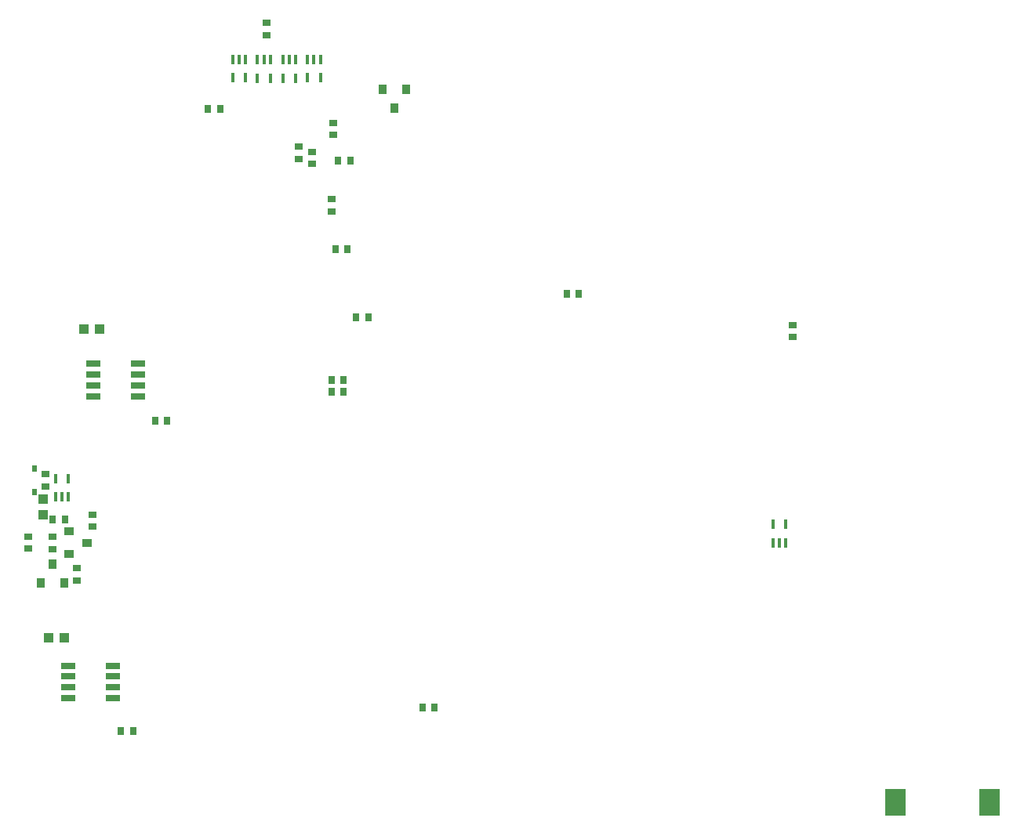
<source format=gbr>
G04 EAGLE Gerber RS-274X export*
G75*
%MOMM*%
%FSLAX34Y34*%
%LPD*%
%INSolderpaste Bottom*%
%IPPOS*%
%AMOC8*
5,1,8,0,0,1.08239X$1,22.5*%
G01*
%ADD10R,2.200000X3.000000*%
%ADD11R,0.900000X0.700000*%
%ADD12R,0.400000X1.000000*%
%ADD13R,0.900000X1.100000*%
%ADD14R,1.100000X0.900000*%
%ADD15R,0.700000X0.900000*%
%ADD16R,1.100000X1.000000*%
%ADD17R,1.000000X1.100000*%
%ADD18R,1.524000X0.635000*%
%ADD19R,0.600000X0.800000*%


D10*
X1053030Y25022D03*
X951030Y25022D03*
D11*
X342265Y663425D03*
X342265Y676425D03*
D12*
X235824Y807880D03*
X249824Y807880D03*
X249824Y827880D03*
X242824Y827880D03*
X235824Y827880D03*
X262494Y807626D03*
X276494Y807626D03*
X276494Y827626D03*
X269494Y827626D03*
X262494Y827626D03*
X289926Y807626D03*
X303926Y807626D03*
X303926Y827626D03*
X296926Y827626D03*
X289926Y827626D03*
X316342Y807880D03*
X330342Y807880D03*
X330342Y827880D03*
X323342Y827880D03*
X316342Y827880D03*
D13*
X410464Y775241D03*
X397964Y795241D03*
X422964Y795241D03*
D14*
X78707Y305435D03*
X58707Y292935D03*
X58707Y317935D03*
D13*
X41275Y282161D03*
X53775Y262161D03*
X28775Y262161D03*
D12*
X58308Y374744D03*
X44308Y374744D03*
X44308Y354744D03*
X51308Y354744D03*
X58308Y354744D03*
X833008Y325468D03*
X819008Y325468D03*
X819008Y305468D03*
X826008Y305468D03*
X833008Y305468D03*
D15*
X342496Y468630D03*
X355496Y468630D03*
X342242Y481076D03*
X355242Y481076D03*
D11*
X839978Y527662D03*
X839978Y540662D03*
D15*
X596242Y574040D03*
X609242Y574040D03*
X369166Y549402D03*
X382166Y549402D03*
D16*
X91685Y536448D03*
X74685Y536448D03*
X53966Y203073D03*
X36966Y203073D03*
D15*
X165123Y437261D03*
X152123Y437261D03*
X128166Y101727D03*
X115166Y101727D03*
D17*
X31242Y352797D03*
X31242Y335797D03*
D11*
X307340Y733321D03*
X307340Y720321D03*
X343916Y758975D03*
X343916Y745975D03*
D15*
X349481Y718185D03*
X362481Y718185D03*
X359814Y622427D03*
X346814Y622427D03*
X209019Y774192D03*
X222019Y774192D03*
D11*
X321183Y727733D03*
X321183Y714733D03*
D15*
X453794Y127254D03*
X440794Y127254D03*
D11*
X41275Y311554D03*
X41275Y298554D03*
X67691Y277645D03*
X67691Y264645D03*
X272542Y867052D03*
X272542Y854052D03*
X33655Y366245D03*
X33655Y379245D03*
D15*
X54252Y330708D03*
X41252Y330708D03*
D11*
X83947Y335557D03*
X83947Y322557D03*
X15240Y311808D03*
X15240Y298808D03*
D18*
X106436Y172637D03*
X106436Y160927D03*
X106436Y149217D03*
X106436Y137497D03*
X58156Y137497D03*
X58156Y149217D03*
X58156Y160927D03*
X58156Y172637D03*
X133614Y498646D03*
X133614Y486936D03*
X133614Y475226D03*
X133614Y463506D03*
X85334Y463506D03*
X85334Y475226D03*
X85334Y486936D03*
X85334Y498646D03*
D19*
X21463Y385372D03*
X21463Y360372D03*
M02*

</source>
